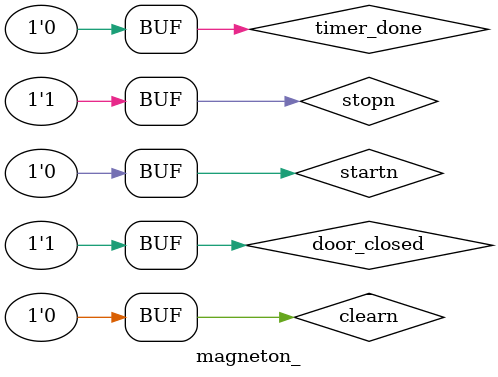
<source format=v>
/*`timescale 1ns / 1ps

module latch_;

    wire Q, Qn;
    reg R, S; 

    latch uut(
            .S(S), .R(R), .Q(Q), .Qn(Qn)
    );
    initial begin

      
        $dumpfile("ondas.vcd");  
        $dumpvars(0, magneton_); 

        S = 1; R = 1;
        
        #100 S = 0;
        #100 S = 1;
        #100 R = 0;
        #100 R = 1;
        #100 S = 0;
             R = 0;
        #100 S = 1;
             R = 1;
        #100 S = 0;
             R = 0;
        #100 ;
    end

endmodule

*/

`timescale 1ns / 1ps

module magneton_;

    reg timer_done, door_closed, clearn, startn, stopn;

    magneton dut(
        .timer_done(timer_done), .door_closed(door_closed),
        .clearn(clearn), .startn(startn), .stopn(stopn)
    );

    initial begin
        
        $dumpfile("ondas.vcd");  
        $dumpvars(0, magneton_); 

        timer_done = 0; door_closed = 0; clearn = 1; startn = 1; stopn = 1; 


        timer_done = 0; door_closed = 1; clearn = 1; startn = 0; stopn = 1; 
        #100;

        timer_done = 0; door_closed = 1; clearn = 1; startn = 1; stopn = 1;
        #100;

        timer_done = 1; door_closed = 1; clearn = 1; startn = 1; stopn = 1;
        #100;

        timer_done = 0; door_closed = 0; clearn = 1; startn = 1; stopn = 1;
        #100;

        timer_done = 0; door_closed = 1; clearn = 0; startn = 0; stopn = 1;
        #100;


    end

endmodule

</source>
